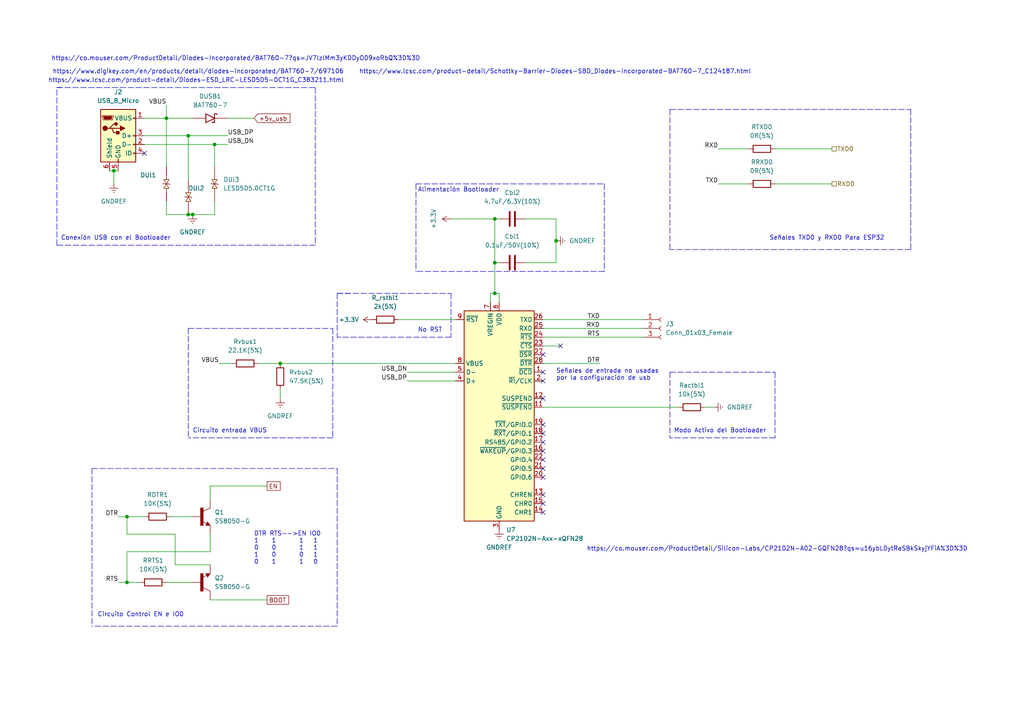
<source format=kicad_sch>
(kicad_sch (version 20211123) (generator eeschema)
  (paper "A4")
  (lib_symbols
    (symbol "BAT760-7:BAT760-7" (pin_numbers hide) (pin_names (offset 1.016) hide)
      (property "Reference" "D" (at -5.08 2.54 0))
      (property "Value" "BAT760-7" (at -5.08 -3.81 0))
      (symbol "BAT760-7_0_0"
        (polyline (pts (xy -2.54 0) (xy -1.27 0)) (stroke (width 0.1524)))
        (polyline (pts (xy -1.27 -1.27) (xy 1.27 0)) (stroke (width 0.254)))
        (polyline (pts (xy -1.27 0) (xy -1.27 -1.27)) (stroke (width 0.254)))
        (polyline (pts (xy -1.27 1.27) (xy -1.27 0)) (stroke (width 0.254)))
        (polyline (pts (xy 0.635 -1.016) (xy 0.635 -1.27)) (stroke (width 0.254)))
        (polyline (pts (xy 1.27 -1.27) (xy 0.635 -1.27)) (stroke (width 0.254)))
        (polyline (pts (xy 1.27 0) (xy -1.27 1.27)) (stroke (width 0.254)))
        (polyline (pts (xy 1.27 0) (xy 1.27 -1.27)) (stroke (width 0.254)))
        (polyline (pts (xy 1.27 1.27) (xy 1.27 0)) (stroke (width 0.254)))
        (polyline (pts (xy 1.905 1.27) (xy 1.27 1.27)) (stroke (width 0.254)))
        (polyline (pts (xy 1.905 1.27) (xy 1.905 1.016)) (stroke (width 0.254)))
        (polyline (pts (xy 2.54 0) (xy 1.27 0)) (stroke (width 0.1524)))
        (pin passive line (at -5.08 0 0) (length 2.54) (name "~") (number "A"))
        (pin passive line (at 5.08 0 180) (length 2.54) (name "~") (number "C"))
      )
    )
    (symbol "Connector:Conn_01x03_Female" (pin_names (offset 1.016) hide)
      (property "Reference" "J" (at 0 5.08 0))
      (property "Value" "Conn_01x03_Female" (at 0 -5.08 0))
      (symbol "Conn_01x03_Female_1_1"
        (arc (start 0 -2.032) (mid -0.508 -2.54) (end 0 -3.048) (stroke (width 0.1524)))
        (polyline (pts (xy -1.27 -2.54) (xy -0.508 -2.54)) (stroke (width 0.1524)))
        (polyline (pts (xy -1.27 0) (xy -0.508 0)) (stroke (width 0.1524)))
        (polyline (pts (xy -1.27 2.54) (xy -0.508 2.54)) (stroke (width 0.1524)))
        (arc (start 0 0.508) (mid -0.508 0) (end 0 -0.508) (stroke (width 0.1524)))
        (arc (start 0 3.048) (mid -0.508 2.54) (end 0 2.032) (stroke (width 0.1524)))
        (pin passive line (at -5.08 2.54 0) (length 3.81) (name "Pin_1") (number "1"))
        (pin passive line (at -5.08 0 0) (length 3.81) (name "Pin_2") (number "2"))
        (pin passive line (at -5.08 -2.54 0) (length 3.81) (name "Pin_3") (number "3"))
      )
    )
    (symbol "Connector:USB_B_Micro" (pin_names (offset 1.016))
      (property "Reference" "J" (at -5.08 11.43 0))
      (property "Value" "USB_B_Micro" (at -5.08 8.89 0))
      (symbol "USB_B_Micro_0_1"
        (rectangle (start -5.08 -7.62) (end 5.08 7.62) (stroke (width 0.254)) (fill (type background)))
        (circle (center -3.81 2.159) (radius 0.635) (stroke (width 0.254)) (fill (type outline)))
        (circle (center -0.635 3.429) (radius 0.381) (stroke (width 0.254)) (fill (type outline)))
        (rectangle (start -0.127 -7.62) (end 0.127 -6.858))
        (polyline (pts (xy -1.905 2.159) (xy 0.635 2.159)) (stroke (width 0.254)))
        (polyline (pts (xy -3.175 2.159) (xy -2.54 2.159) (xy -1.27 3.429) (xy -0.635 3.429)) (stroke (width 0.254)))
        (polyline (pts (xy -2.54 2.159) (xy -1.905 2.159) (xy -1.27 0.889) (xy 0 0.889)) (stroke (width 0.254)))
        (polyline (pts (xy 0.635 2.794) (xy 0.635 1.524) (xy 1.905 2.159) (xy 0.635 2.794)) (stroke (width 0.254)) (fill (type outline)))
        (polyline (pts (xy -4.318 5.588) (xy -1.778 5.588) (xy -2.032 4.826) (xy -4.064 4.826) (xy -4.318 5.588)) (fill (type outline)))
        (polyline (pts (xy -4.699 5.842) (xy -4.699 5.588) (xy -4.445 4.826) (xy -4.445 4.572) (xy -1.651 4.572) (xy -1.651 4.826) (xy -1.397 5.588) (xy -1.397 5.842) (xy -4.699 5.842)))
        (rectangle (start 0.254 1.27) (end -0.508 0.508) (stroke (width 0.254)) (fill (type outline)))
        (rectangle (start 5.08 -5.207) (end 4.318 -4.953))
        (rectangle (start 5.08 -2.667) (end 4.318 -2.413))
        (rectangle (start 5.08 -0.127) (end 4.318 0.127))
        (rectangle (start 5.08 4.953) (end 4.318 5.207))
      )
      (symbol "USB_B_Micro_1_1"
        (pin power_out line (at 7.62 5.08 180) (length 2.54) (name "VBUS") (number "1"))
        (pin bidirectional line (at 7.62 -2.54 180) (length 2.54) (name "D-") (number "2"))
        (pin bidirectional line (at 7.62 0 180) (length 2.54) (name "D+") (number "3"))
        (pin passive line (at 7.62 -5.08 180) (length 2.54) (name "ID") (number "4"))
        (pin power_out line (at 0 -10.16 90) (length 2.54) (name "GND") (number "5"))
        (pin passive line (at -2.54 -10.16 90) (length 2.54) (name "Shield") (number "6"))
      )
    )
    (symbol "Device:C" (pin_numbers hide) (pin_names (offset 0.254))
      (property "Reference" "C" (at 0.635 2.54 0))
      (property "Value" "C" (at 0.635 -2.54 0))
      (symbol "C_0_1"
        (polyline (pts (xy -2.032 -0.762) (xy 2.032 -0.762)) (stroke (width 0.508)))
        (polyline (pts (xy -2.032 0.762) (xy 2.032 0.762)) (stroke (width 0.508)))
      )
      (symbol "C_1_1"
        (pin passive line (at 0 3.81 270) (length 2.794) (name "~") (number "1"))
        (pin passive line (at 0 -3.81 90) (length 2.794) (name "~") (number "2"))
      )
    )
    (symbol "Device:R" (pin_numbers hide) (pin_names (offset 0))
      (property "Reference" "R" (at 2.032 0 90))
      (property "Value" "R" (at 0 0 90))
      (symbol "R_0_1"
        (rectangle (start -1.016 -2.54) (end 1.016 2.54) (stroke (width 0.254)))
      )
      (symbol "R_1_1"
        (pin passive line (at 0 3.81 270) (length 1.27) (name "~") (number "1"))
        (pin passive line (at 0 -3.81 90) (length 1.27) (name "~") (number "2"))
      )
    )
    (symbol "Interface_USB:CP2102N-Axx-xQFN28"
      (property "Reference" "U" (at -8.89 31.75 0))
      (property "Value" "CP2102N-Axx-xQFN28" (at 12.7 31.75 0))
      (symbol "CP2102N-Axx-xQFN28_0_1"
        (rectangle (start -10.16 30.48) (end 10.16 -30.48) (stroke (width 0.254)) (fill (type background)))
      )
      (symbol "CP2102N-Axx-xQFN28_1_1"
        (pin input line (at 12.7 12.7 180) (length 2.54) (name "~{DCD}") (number "1"))
        (pin no_connect line (at -10.16 -27.94 0) (length 2.54) hide (name "NC") (number "10"))
        (pin output line (at 12.7 2.54 180) (length 2.54) (name "~{SUSPEND}") (number "11"))
        (pin output line (at 12.7 5.08 180) (length 2.54) (name "SUSPEND") (number "12"))
        (pin output line (at 12.7 -22.86 180) (length 2.54) (name "CHREN") (number "13"))
        (pin output line (at 12.7 -27.94 180) (length 2.54) (name "CHR1") (number "14"))
        (pin output line (at 12.7 -25.4 180) (length 2.54) (name "CHR0") (number "15"))
        (pin bidirectional line (at 12.7 -10.16 180) (length 2.54) (name "~{WAKEUP}/GPIO.3") (number "16"))
        (pin bidirectional line (at 12.7 -7.62 180) (length 2.54) (name "RS485/GPIO.2") (number "17"))
        (pin bidirectional line (at 12.7 -5.08 180) (length 2.54) (name "~{RXT}/GPIO.1") (number "18"))
        (pin bidirectional line (at 12.7 -2.54 180) (length 2.54) (name "~{TXT}/GPIO.0") (number "19"))
        (pin bidirectional line (at 12.7 10.16 180) (length 2.54) (name "~{RI}/CLK") (number "2"))
        (pin bidirectional line (at 12.7 -17.78 180) (length 2.54) (name "GPIO.6") (number "20"))
        (pin bidirectional line (at 12.7 -15.24 180) (length 2.54) (name "GPIO.5") (number "21"))
        (pin bidirectional line (at 12.7 -12.7 180) (length 2.54) (name "GPIO.4") (number "22"))
        (pin input line (at 12.7 20.32 180) (length 2.54) (name "~{CTS}") (number "23"))
        (pin output line (at 12.7 22.86 180) (length 2.54) (name "~{RTS}") (number "24"))
        (pin input line (at 12.7 25.4 180) (length 2.54) (name "RXD") (number "25"))
        (pin output line (at 12.7 27.94 180) (length 2.54) (name "TXD") (number "26"))
        (pin input line (at 12.7 17.78 180) (length 2.54) (name "~{DSR}") (number "27"))
        (pin output line (at 12.7 15.24 180) (length 2.54) (name "~{DTR}") (number "28"))
        (pin passive line (at 0 -33.02 90) (length 2.54) hide (name "GND") (number "29"))
        (pin power_in line (at 0 -33.02 90) (length 2.54) (name "GND") (number "3"))
        (pin bidirectional line (at -12.7 10.16 0) (length 2.54) (name "D+") (number "4"))
        (pin bidirectional line (at -12.7 12.7 0) (length 2.54) (name "D-") (number "5"))
        (pin power_in line (at 0 33.02 270) (length 2.54) (name "VDD") (number "6"))
        (pin power_in line (at -2.54 33.02 270) (length 2.54) (name "VREGIN") (number "7"))
        (pin input line (at -12.7 15.24 0) (length 2.54) (name "VBUS") (number "8"))
        (pin input line (at -12.7 27.94 0) (length 2.54) (name "~{RST}") (number "9"))
      )
    )
    (symbol "LESD5D5.0CT1G:LESD5D5.0CT1G" (pin_numbers hide) (pin_names (offset 1.016) hide)
      (property "Reference" "D" (at -5.08 2.54 0))
      (property "Value" "LESD5D5.0CT1G" (at -5.08 -5.08 0))
      (symbol "LESD5D5.0CT1G_0_0"
        (polyline (pts (xy -1.27 0) (xy -2.54 0)) (stroke (width 0.1524)))
        (polyline (pts (xy 0 -0.762) (xy -0.254 -1.016)) (stroke (width 0.1524)))
        (polyline (pts (xy 0 -0.762) (xy 0 0.762)) (stroke (width 0.1524)))
        (polyline (pts (xy 0 0.762) (xy 0.254 1.016)) (stroke (width 0.1524)))
        (polyline (pts (xy 1.27 0) (xy 2.54 0)) (stroke (width 0.1524)))
        (polyline (pts (xy 0 0) (xy -1.27 -0.762) (xy -1.27 0.762) (xy 0 0)) (stroke (width 0.1524)) (fill (type background)))
        (polyline (pts (xy 0 0) (xy 1.27 0.762) (xy 1.27 -0.762) (xy 0 0)) (stroke (width 0.1524)) (fill (type background)))
        (pin passive line (at -5.08 0 0) (length 2.54) (name "~") (number "1"))
        (pin passive line (at 5.08 0 180) (length 2.54) (name "~") (number "2"))
      )
    )
    (symbol "SS8050-G:SS8050-G" (pin_numbers hide) (pin_names (offset 1.016) hide)
      (property "Reference" "Q" (at -10.16 7.62 0))
      (property "Value" "SS8050-G" (at -10.16 -7.62 0))
      (symbol "SS8050-G_0_0"
        (rectangle (start -0.254 -2.54) (end 0.508 2.54) (fill (type outline)))
        (polyline (pts (xy 1.27 -2.54) (xy 1.778 -1.524)) (stroke (width 0.1524)))
        (polyline (pts (xy 1.524 -2.413) (xy 2.286 -2.413)) (stroke (width 0.254)))
        (polyline (pts (xy 1.524 -2.286) (xy 1.905 -2.286)) (stroke (width 0.254)))
        (polyline (pts (xy 1.5494 -2.032) (xy 0.3048 -1.4224)) (stroke (width 0.1524)))
        (polyline (pts (xy 1.778 -1.778) (xy 1.524 -2.286)) (stroke (width 0.254)))
        (polyline (pts (xy 1.778 -1.524) (xy 2.54 -2.54)) (stroke (width 0.1524)))
        (polyline (pts (xy 1.905 -2.286) (xy 1.778 -2.032)) (stroke (width 0.254)))
        (polyline (pts (xy 2.286 -2.413) (xy 1.778 -1.778)) (stroke (width 0.254)))
        (polyline (pts (xy 2.54 -2.54) (xy 1.27 -2.54)) (stroke (width 0.1524)))
        (polyline (pts (xy 2.54 2.54) (xy 0.508 1.524)) (stroke (width 0.1524)))
        (pin passive line (at -2.54 0 0) (length 2.54) (name "~") (number "1"))
        (pin passive line (at 2.54 -5.08 90) (length 2.54) (name "~") (number "2"))
        (pin passive line (at 2.54 5.08 270) (length 2.54) (name "~") (number "3"))
      )
    )
    (symbol "power:+3.3V" (power) (pin_names (offset 0))
      (property "Value" "+3.3V" (at 0 3.556 0))
      (symbol "+3.3V_0_1"
        (polyline (pts (xy -0.762 1.27) (xy 0 2.54)))
        (polyline (pts (xy 0 0) (xy 0 2.54)))
        (polyline (pts (xy 0 2.54) (xy 0.762 1.27)))
      )
      (symbol "+3.3V_1_1"
        (pin power_in line (at 0 0 90) (length 0) hide (name "+3.3V") (number "1"))
      )
    )
    (symbol "power:GNDREF" (power) (pin_names (offset 0))
      (property "Value" "GNDREF" (at 0 -3.81 0))
      (symbol "GNDREF_0_1"
        (polyline (pts (xy -0.635 -1.905) (xy 0.635 -1.905)))
        (polyline (pts (xy -0.127 -2.54) (xy 0.127 -2.54)))
        (polyline (pts (xy 0 -1.27) (xy 0 0)))
        (polyline (pts (xy 1.27 -1.27) (xy -1.27 -1.27)))
      )
      (symbol "GNDREF_1_1"
        (pin power_in line (at 0 0 270) (length 0) hide (name "GNDREF") (number "1"))
      )
    )
  )
  (junction (at 54.61 39.37))
  (junction (at 62.23 41.91))
  (junction (at 48.26 34.29))
  (junction (at 55.88 62.23))
  (junction (at 54.61 62.23))
  (junction (at 143.51 85.09))
  (junction (at 81.28 105.41))
  (junction (at 36.83 149.86))
  (junction (at 143.51 63.5))
  (junction (at 161.29 69.85))
  (junction (at 36.83 168.91))
  (junction (at 143.51 76.2))
  (junction (at 33.02 49.53))
  (no_connect (at 157.48 115.57))
  (no_connect (at 41.91 44.45))
  (no_connect (at 157.48 110.49))
  (no_connect (at 157.48 107.95))
  (no_connect (at 162.56 100.33))
  (no_connect (at 157.48 148.59))
  (no_connect (at 157.48 138.43))
  (no_connect (at 157.48 143.51))
  (no_connect (at 157.48 146.05))
  (no_connect (at 157.48 135.89))
  (no_connect (at 157.48 102.87))
  (no_connect (at 157.48 125.73))
  (no_connect (at 157.48 123.19))
  (no_connect (at 157.48 130.81))
  (no_connect (at 157.48 133.35))
  (no_connect (at 157.48 128.27))
  (wire (pts (xy 74.93 105.41) (xy 81.28 105.41)))
  (wire (pts (xy 157.48 105.41) (xy 173.99 105.41)))
  (wire (pts (xy 41.91 41.91) (xy 62.23 41.91)))
  (polyline (pts (xy 91.44 25.4) (xy 91.44 71.12)))
  (polyline (pts (xy 175.26 53.34) (xy 175.26 78.74)))
  (wire (pts (xy 157.48 97.79) (xy 186.69 97.79)))
  (wire (pts (xy 54.61 39.37) (xy 66.04 39.37)))
  (wire (pts (xy 41.91 39.37) (xy 54.61 39.37)))
  (wire (pts (xy 48.26 30.48) (xy 48.26 34.29)))
  (wire (pts (xy 36.83 160.02) (xy 60.96 160.02)))
  (wire (pts (xy 208.28 43.18) (xy 217.17 43.18)))
  (wire (pts (xy 118.11 110.49) (xy 132.08 110.49)))
  (polyline (pts (xy 97.79 135.89) (xy 97.79 181.61)))
  (wire (pts (xy 60.96 144.78) (xy 60.96 140.97)))
  (wire (pts (xy 48.26 48.26) (xy 48.26 34.29)))
  (wire (pts (xy 33.02 49.53) (xy 34.29 49.53)))
  (wire (pts (xy 143.51 85.09) (xy 143.51 76.2)))
  (polyline (pts (xy 54.61 95.25) (xy 96.52 95.25)))
  (wire (pts (xy 161.29 63.5) (xy 152.4 63.5)))
  (polyline (pts (xy 194.31 31.75) (xy 264.16 31.75)))
  (wire (pts (xy 60.96 154.94) (xy 60.96 160.02)))
  (wire (pts (xy 157.48 118.11) (xy 196.85 118.11)))
  (wire (pts (xy 55.88 62.23) (xy 62.23 62.23)))
  (wire (pts (xy 31.75 49.53) (xy 33.02 49.53)))
  (wire (pts (xy 157.48 100.33) (xy 162.56 100.33)))
  (wire (pts (xy 81.28 105.41) (xy 132.08 105.41)))
  (wire (pts (xy 54.61 62.23) (xy 48.26 62.23)))
  (wire (pts (xy 36.83 168.91) (xy 36.83 160.02)))
  (wire (pts (xy 34.29 168.91) (xy 36.83 168.91)))
  (wire (pts (xy 49.53 149.86) (xy 55.88 149.86)))
  (wire (pts (xy 41.91 34.29) (xy 48.26 34.29)))
  (wire (pts (xy 66.04 34.29) (xy 73.66 34.29)))
  (wire (pts (xy 157.48 92.71) (xy 186.69 92.71)))
  (polyline (pts (xy 97.79 181.61) (xy 26.67 181.61)))
  (wire (pts (xy 36.83 149.86) (xy 34.29 149.86)))
  (wire (pts (xy 144.78 85.09) (xy 144.78 87.63)))
  (wire (pts (xy 115.57 92.71) (xy 132.08 92.71)))
  (wire (pts (xy 50.8 163.83) (xy 50.8 154.94)))
  (polyline (pts (xy 264.16 72.39) (xy 194.31 72.39)))
  (polyline (pts (xy 97.79 85.09) (xy 97.79 97.79)))
  (wire (pts (xy 143.51 63.5) (xy 144.78 63.5)))
  (wire (pts (xy 143.51 76.2) (xy 144.78 76.2)))
  (polyline (pts (xy 130.81 97.79) (xy 97.79 97.79)))
  (polyline (pts (xy 175.26 78.74) (xy 120.65 78.74)))
  (wire (pts (xy 224.79 43.18) (xy 241.3 43.18)))
  (polyline (pts (xy 194.31 107.95) (xy 194.31 127)))
  (polyline (pts (xy 224.79 107.95) (xy 224.79 127)))
  (wire (pts (xy 60.96 163.83) (xy 50.8 163.83)))
  (wire (pts (xy 142.24 85.09) (xy 143.51 85.09)))
  (wire (pts (xy 143.51 85.09) (xy 144.78 85.09)))
  (wire (pts (xy 130.81 63.5) (xy 143.51 63.5)))
  (polyline (pts (xy 264.16 31.75) (xy 264.16 72.39)))
  (polyline (pts (xy 97.79 85.09) (xy 101.6 85.09)))
  (wire (pts (xy 60.96 173.99) (xy 77.47 173.99)))
  (polyline (pts (xy 26.67 135.89) (xy 26.67 181.61)))
  (wire (pts (xy 54.61 39.37) (xy 54.61 52.07)))
  (wire (pts (xy 48.26 62.23) (xy 48.26 58.42)))
  (polyline (pts (xy 96.52 127) (xy 54.61 127)))
  (polyline (pts (xy 194.31 107.95) (xy 224.79 107.95)))
  (polyline (pts (xy 120.65 53.34) (xy 175.26 53.34)))
  (polyline (pts (xy 120.65 53.34) (xy 120.65 78.74)))
  (wire (pts (xy 48.26 34.29) (xy 55.88 34.29)))
  (wire (pts (xy 152.4 76.2) (xy 161.29 76.2)))
  (wire (pts (xy 36.83 154.94) (xy 36.83 149.86)))
  (wire (pts (xy 62.23 41.91) (xy 66.04 41.91)))
  (polyline (pts (xy 16.51 71.12) (xy 16.51 25.4)))
  (wire (pts (xy 62.23 58.42) (xy 62.23 62.23)))
  (wire (pts (xy 36.83 168.91) (xy 40.64 168.91)))
  (polyline (pts (xy 26.67 135.89) (xy 97.79 135.89)))
  (wire (pts (xy 118.11 107.95) (xy 132.08 107.95)))
  (polyline (pts (xy 130.81 85.09) (xy 130.81 97.79)))
  (wire (pts (xy 48.26 168.91) (xy 55.88 168.91)))
  (wire (pts (xy 55.88 62.23) (xy 54.61 62.23)))
  (polyline (pts (xy 91.44 71.12) (xy 16.51 71.12)))
  (wire (pts (xy 50.8 154.94) (xy 36.83 154.94)))
  (polyline (pts (xy 16.51 25.4) (xy 91.44 25.4)))
  (polyline (pts (xy 16.51 25.4) (xy 17.78 25.4)))
  (wire (pts (xy 33.02 53.34) (xy 33.02 49.53)))
  (wire (pts (xy 161.29 69.85) (xy 161.29 63.5)))
  (wire (pts (xy 204.47 118.11) (xy 207.01 118.11)))
  (polyline (pts (xy 224.79 127) (xy 194.31 127)))
  (wire (pts (xy 161.29 76.2) (xy 161.29 69.85)))
  (wire (pts (xy 36.83 149.86) (xy 41.91 149.86)))
  (wire (pts (xy 208.28 53.34) (xy 217.17 53.34)))
  (wire (pts (xy 60.96 140.97) (xy 77.47 140.97)))
  (polyline (pts (xy 194.31 31.75) (xy 194.31 72.39)))
  (polyline (pts (xy 54.61 95.25) (xy 54.61 127)))
  (wire (pts (xy 157.48 95.25) (xy 186.69 95.25)))
  (wire (pts (xy 63.5 105.41) (xy 67.31 105.41)))
  (wire (pts (xy 142.24 87.63) (xy 142.24 85.09)))
  (wire (pts (xy 81.28 113.03) (xy 81.28 115.57)))
  (polyline (pts (xy 96.52 95.25) (xy 96.52 127)))
  (wire (pts (xy 224.79 53.34) (xy 241.3 53.34)))
  (wire (pts (xy 62.23 41.91) (xy 62.23 48.26)))
  (polyline (pts (xy 97.79 85.09) (xy 130.81 85.09)))
  (wire (pts (xy 143.51 76.2) (xy 143.51 63.5)))
  (text "Señales TXD0 y RXD0 Para ESP32\n" (at 256.54 69.85 180) (effects (font (size 1.27 1.27)) (justify right bottom)))
  (text "https://www.lcsc.com/product-detail/Diodes-ESD_LRC-LESD5D5-0CT1G_C383211.html" (at 13.97 24.13 0) (effects (font (size 1.27 1.27)) (justify left bottom)))
  (text "Señales de entrada no usadas\npor la configuración de usb\n" (at 161.29 110.49 0) (effects (font (size 1.27 1.27)) (justify left bottom)))
  (text "https://www.lcsc.com/product-detail/Schottky-Barrier-Diodes-SBD_Diodes-Incorporated-BAT760-7_C124187.html" (at 104.14 21.59 0) (effects (font (size 1.27 1.27)) (justify left bottom)))
  (text "Modo Activo del Bootloader\n" (at 222.25 125.73 180) (effects (font (size 1.27 1.27)) (justify right bottom)))
  (text "Alimentación Bootloader\n" (at 144.78 55.88 180) (effects (font (size 1.27 1.27)) (justify right bottom)))
  (text "https://co.mouser.com/ProductDetail/Silicon-Labs/CP2102N-A02-GQFN28?qs=u16ybLDytRaSBkSkyjYFiA%3D%3D\n" (at 170.18 160.02 0) (effects (font (size 1.27 1.27)) (justify left bottom)))
  (text "https://co.mouser.com/ProductDetail/Diodes-Incorporated/BAT760-7?qs=JV7lzlMm3yKDDyO09xoRbQ%3D%3D" (at 121.92 17.78 180) (effects (font (size 1.27 1.27)) (justify right bottom)))
  (text "https://www.digikey.com/en/products/detail/diodes-incorporated/BAT760-7/697106" (at 15.24 21.59 0) (effects (font (size 1.27 1.27)) (justify left bottom)))
  (text "No RST\n" (at 128.27 96.52 180) (effects (font (size 1.27 1.27)) (justify right bottom)))
  (text "\nDTR RTS-->EN IO0\n1    1       1   1\n0    0       1   1\n1    0       0   1\n0    1       1   0" (at 73.66 163.83 0) (effects (font (size 1.27 1.27)) (justify left bottom)))
  (text "Circuito entrada VBUS\n" (at 77.47 125.73 180) (effects (font (size 1.27 1.27)) (justify right bottom)))
  (text "Conexión USB con el Bootloader\n" (at 49.53 69.85 180) (effects (font (size 1.27 1.27)) (justify right bottom)))
  (text "Circuito Control EN e IO0\n" (at 53.34 179.07 180) (effects (font (size 1.27 1.27)) (justify right bottom)))
  (label "DTR" (at 173.99 105.41 180))
  (label "RXD" (at 208.28 43.18 180))
  (label "DTR" (at 34.29 149.86 180))
  (label "RTS" (at 173.99 97.79 180))
  (label "VBUS" (at 48.26 30.48 180))
  (label "TXD" (at 208.28 53.34 180))
  (label "TXD" (at 173.99 92.71 180))
  (label "VBUS" (at 63.5 105.41 180))
  (label "USB_DN" (at 66.04 41.91 0))
  (label "USB_DP" (at 118.11 110.49 180))
  (label "USB_DN" (at 118.11 107.95 180))
  (label "USB_DP" (at 66.04 39.37 0))
  (label "RTS" (at 34.29 168.91 180))
  (label "RXD" (at 173.99 95.25 180))
  (global_label "+5v_usb" (shape input) (at 73.66 34.29 0) (property "Intersheet References" "${INTERSHEET_REFS}" (effects hide)))
  (global_label "EN" (shape passive) (at 77.47 140.97 0) (property "Intersheet References" "${INTERSHEET_REFS}" (effects hide)))
  (global_label "BOOT" (shape passive) (at 77.47 173.99 0) (property "Intersheet References" "${INTERSHEET_REFS}" (effects hide)))
  (hierarchical_label "RXD0" (shape passive) (at 241.3 53.34 0))
  (hierarchical_label "TXD0" (shape passive) (at 241.3 43.18 0))
  (symbol (lib_id "Device:R") (at 44.45 168.91 90) (unit 1)
    (property "Reference" "RRTS1" (at 44.45 162.56 90))
    (property "Value" "10K(5%)" (at 44.45 165.1 90))
    (property "Footprint" "Resistor_SMD:R_0805_2012Metric_Pad1.20x1.40mm_HandSolder" (effects hide))
  )
  (symbol (lib_id "Device:R") (at 200.66 118.11 90) (unit 1)
    (property "Reference" "Ractbl1" (at 200.66 111.76 90))
    (property "Value" "10k(5%)" (at 200.66 114.3 90))
    (property "Footprint" "Resistor_SMD:R_0805_2012Metric_Pad1.20x1.40mm_HandSolder" (effects hide))
  )
  (symbol (lib_id "Connector:USB_B_Micro") (at 34.29 39.37 0) (unit 1)
    (property "Reference" "J2" (at 34.29 26.67 0))
    (property "Value" "USB_B_Micro" (at 34.29 29.21 0))
    (property "Footprint" "Connector_USB:USB_Micro-B_Wuerth_629105150521" (effects hide))
  )
  (symbol (lib_id "Device:R") (at 71.12 105.41 90) (unit 1)
    (property "Reference" "Rvbus1" (at 71.12 99.06 90))
    (property "Value" "22.1K(5%)" (at 71.12 101.6 90))
    (property "Footprint" "Resistor_SMD:R_0805_2012Metric_Pad1.20x1.40mm_HandSolder" (effects hide))
  )
  (symbol (lib_id "power:GNDREF") (at 81.28 115.57 0) (unit 1)
    (property "Reference" "#PWR0130" (effects hide))
    (property "Value" "GNDREF" (at 81.28 120.65 0))
  )
  (symbol (lib_id "SS8050-G:SS8050-G") (at 58.42 149.86 0) (unit 1)
    (property "Reference" "Q1" (at 62.23 148.5899 0) (effects (justify left)))
    (property "Value" "SS8050-G" (at 62.23 151.1299 0) (effects (justify left)))
    (property "Footprint" "SS8050-G:TRANS_SS8050-G" (effects hide))
    (property "PARTREV" "A" (effects hide))
    (property "STANDARD" "Manufacturer Recommendations" (effects hide))
    (property "MAXIMUM_PACKAGE_HEIGHT" "1.05 mm" (effects hide))
    (property "MANUFACTURER" "Comchip" (effects hide))
  )
  (symbol (lib_id "LESD5D5.0CT1G:LESD5D5.0CT1G") (at 62.23 53.34 90) (unit 1)
    (property "Reference" "DUl3" (at 64.77 52.0699 90) (effects (justify right)))
    (property "Value" "LESD5D5.0CT1G" (at 64.77 54.6099 90) (effects (justify right)))
    (property "Footprint" "LESD5D5:TVS_LESD5D5.0CT1G" (effects hide))
    (property "MANUFACTURER" "LRC" (effects hide))
    (property "MAXIMUM_PACKAGE_HEIGHT" "0.7 mm" (effects hide))
    (property "STANDARD" "Manufacturer Recommendations" (effects hide))
    (property "PARTREV" "O" (effects hide))
  )
  (symbol (lib_id "power:+3.3V") (at 107.95 92.71 90) (unit 1)
    (property "Reference" "#PWR0134" (effects hide))
    (property "Value" "+3.3V" (at 104.14 92.7099 90) (effects (justify left)))
  )
  (symbol (lib_id "power:GNDREF") (at 207.01 118.11 90) (unit 1)
    (property "Reference" "#PWR0135" (effects hide))
    (property "Value" "GNDREF" (at 210.82 118.1099 90) (effects (justify right)))
  )
  (symbol (lib_id "power:+3.3V") (at 130.81 63.5 90) (unit 1)
    (property "Reference" "#PWR0133" (effects hide))
    (property "Value" "+3.3V" (at 125.73 63.5 0))
  )
  (symbol (lib_id "Connector:Conn_01x03_Female") (at 191.77 95.25 0) (unit 1)
    (property "Reference" "J3" (at 193.04 93.9799 0) (effects (justify left)))
    (property "Value" "Conn_01x03_Female" (at 193.04 96.5199 0) (effects (justify left)))
    (property "Footprint" "Connector_PinHeader_2.54mm:PinHeader_1x03_P2.54mm_Vertical" (effects hide))
  )
  (symbol (lib_id "SS8050-G:SS8050-G") (at 58.42 168.91 0) (mirror x) (unit 1)
    (property "Reference" "Q2" (at 62.23 167.6399 0) (effects (justify left)))
    (property "Value" "SS8050-G" (at 62.23 170.1799 0) (effects (justify left)))
    (property "Footprint" "SS8050-G:TRANS_SS8050-G" (effects hide))
    (property "PARTREV" "A" (effects hide))
    (property "STANDARD" "Manufacturer Recommendations" (effects hide))
    (property "MAXIMUM_PACKAGE_HEIGHT" "1.05 mm" (effects hide))
    (property "MANUFACTURER" "Comchip" (effects hide))
  )
  (symbol (lib_id "Device:R") (at 220.98 43.18 90) (unit 1)
    (property "Reference" "RTXD0" (at 220.98 36.83 90))
    (property "Value" "0R(5%)" (at 220.98 39.37 90))
    (property "Footprint" "Resistor_SMD:R_0805_2012Metric_Pad1.20x1.40mm_HandSolder" (effects hide))
  )
  (symbol (lib_id "power:GNDREF") (at 55.88 62.23 0) (unit 1)
    (property "Reference" "#PWR0137" (effects hide))
    (property "Value" "GNDREF" (at 55.88 67.31 0))
  )
  (symbol (lib_id "Device:C") (at 148.59 76.2 90) (unit 1)
    (property "Reference" "Cbl1" (at 148.59 68.58 90))
    (property "Value" "0.1uF/50V(10%)" (at 148.59 71.12 90))
    (property "Footprint" "Capacitor_SMD:C_0805_2012Metric_Pad1.18x1.45mm_HandSolder" (effects hide))
  )
  (symbol (lib_id "Device:C") (at 148.59 63.5 270) (unit 1)
    (property "Reference" "Cbl2" (at 148.59 55.88 90))
    (property "Value" "4.7uF/6.3V(10%)" (at 148.59 58.42 90))
    (property "Footprint" "Capacitor_SMD:C_0805_2012Metric_Pad1.18x1.45mm_HandSolder" (effects hide))
  )
  (symbol (lib_id "power:GNDREF") (at 144.78 153.67 0) (unit 1)
    (property "Reference" "#PWR0131" (effects hide))
    (property "Value" "GNDREF" (at 144.78 158.75 0))
  )
  (symbol (lib_id "Device:R") (at 81.28 109.22 0) (unit 1)
    (property "Reference" "Rvbus2" (at 83.82 107.9499 0) (effects (justify left)))
    (property "Value" "47.5K(5%)" (at 83.82 110.4899 0) (effects (justify left)))
    (property "Footprint" "Resistor_SMD:R_0805_2012Metric_Pad1.20x1.40mm_HandSolder" (effects hide))
  )
  (symbol (lib_id "Device:R") (at 220.98 53.34 90) (unit 1)
    (property "Reference" "RRXD0" (at 220.98 46.99 90))
    (property "Value" "0R(5%)" (at 220.98 49.53 90))
    (property "Footprint" "Resistor_SMD:R_0805_2012Metric_Pad1.20x1.40mm_HandSolder" (effects hide))
  )
  (symbol (lib_id "Device:R") (at 111.76 92.71 90) (unit 1)
    (property "Reference" "R_rstbl1" (at 111.76 86.36 90))
    (property "Value" "2k(5%)" (at 111.76 88.9 90))
    (property "Footprint" "Resistor_SMD:R_0805_2012Metric_Pad1.20x1.40mm_HandSolder" (effects hide))
  )
  (symbol (lib_id "Device:R") (at 45.72 149.86 90) (unit 1)
    (property "Reference" "RDTR1" (at 45.72 143.51 90))
    (property "Value" "10K(5%)" (at 45.72 146.05 90))
    (property "Footprint" "Resistor_SMD:R_0805_2012Metric_Pad1.20x1.40mm_HandSolder" (effects hide))
  )
  (symbol (lib_id "power:GNDREF") (at 33.02 53.34 0) (unit 1)
    (property "Reference" "#PWR0136" (effects hide))
    (property "Value" "GNDREF" (at 33.02 58.42 0))
  )
  (symbol (lib_id "LESD5D5.0CT1G:LESD5D5.0CT1G") (at 54.61 57.15 90) (unit 1)
    (property "Reference" "DUl2" (at 54.61 54.61 90) (effects (justify right)))
    (property "Value" "LESD5D5.0CT1G" (effects hide))
    (property "Footprint" "LESD5D5:TVS_LESD5D5.0CT1G" (effects hide))
    (property "MANUFACTURER" "LRC" (effects hide))
    (property "MAXIMUM_PACKAGE_HEIGHT" "0.7 mm" (effects hide))
    (property "STANDARD" "Manufacturer Recommendations" (effects hide))
    (property "PARTREV" "O" (effects hide))
  )
  (symbol (lib_id "Interface_USB:CP2102N-Axx-xQFN28") (at 144.78 120.65 0) (unit 1)
    (property "Reference" "U7" (at 146.7994 153.67 0) (effects (justify left)))
    (property "Value" "CP2102N-Axx-xQFN28" (at 146.7994 156.21 0) (effects (justify left)))
    (property "Footprint" "Package_DFN_QFN:QFN-28-1EP_5x5mm_P0.5mm_EP3.35x3.35mm" (effects hide))
    (property "Datasheet" "https://www.silabs.com/documents/public/data-sheets/cp2102n-datasheet.pdf" (effects hide))
  )
  (symbol (lib_id "BAT760-7:BAT760-7") (at 60.96 34.29 0) (unit 1)
    (property "Reference" "DUSB1" (at 60.96 27.94 0))
    (property "Value" "BAT760-7" (at 60.96 30.48 0))
    (property "Footprint" "SOD2513X120N" (effects hide))
    (property "MAXIMUM_PACKAGE_HEIGHT" "1.20mm" (effects hide))
    (property "STANDARD" "IPC-7351B" (effects hide))
    (property "PARTREV" "9-2" (effects hide))
    (property "MANUFACTURER" "DIODES" (effects hide))
  )
  (symbol (lib_id "power:GNDREF") (at 161.29 69.85 90) (unit 1)
    (property "Reference" "#PWR0132" (effects hide))
    (property "Value" "GNDREF" (at 165.1 69.8499 90) (effects (justify right)))
  )
  (symbol (lib_id "LESD5D5.0CT1G:LESD5D5.0CT1G") (at 48.26 53.34 90) (unit 1)
    (property "Reference" "DUl1" (at 40.64 50.8 90) (effects (justify right)))
    (property "Value" "LESD5D5.0CT1G" (effects hide))
    (property "Footprint" "LESD5D5:TVS_LESD5D5.0CT1G" (effects hide))
    (property "MANUFACTURER" "LRC" (effects hide))
    (property "MAXIMUM_PACKAGE_HEIGHT" "0.7 mm" (effects hide))
    (property "STANDARD" "Manufacturer Recommendations" (effects hide))
    (property "PARTREV" "O" (effects hide))
  )
)
</source>
